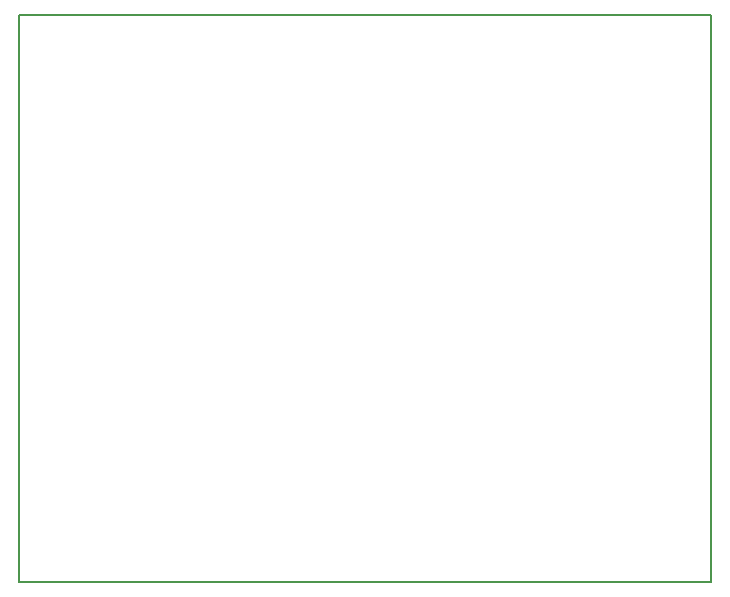
<source format=gbo>
G04 MADE WITH FRITZING*
G04 WWW.FRITZING.ORG*
G04 DOUBLE SIDED*
G04 HOLES PLATED*
G04 CONTOUR ON CENTER OF CONTOUR VECTOR*
%ASAXBY*%
%FSLAX23Y23*%
%MOIN*%
%OFA0B0*%
%SFA1.0B1.0*%
%ADD10R,2.317000X1.897310X2.301000X1.881310*%
%ADD11C,0.008000*%
%LNSILK0*%
G90*
G70*
G54D11*
X4Y1893D02*
X2313Y1893D01*
X2313Y4D01*
X4Y4D01*
X4Y1893D01*
D02*
G04 End of Silk0*
M02*
</source>
